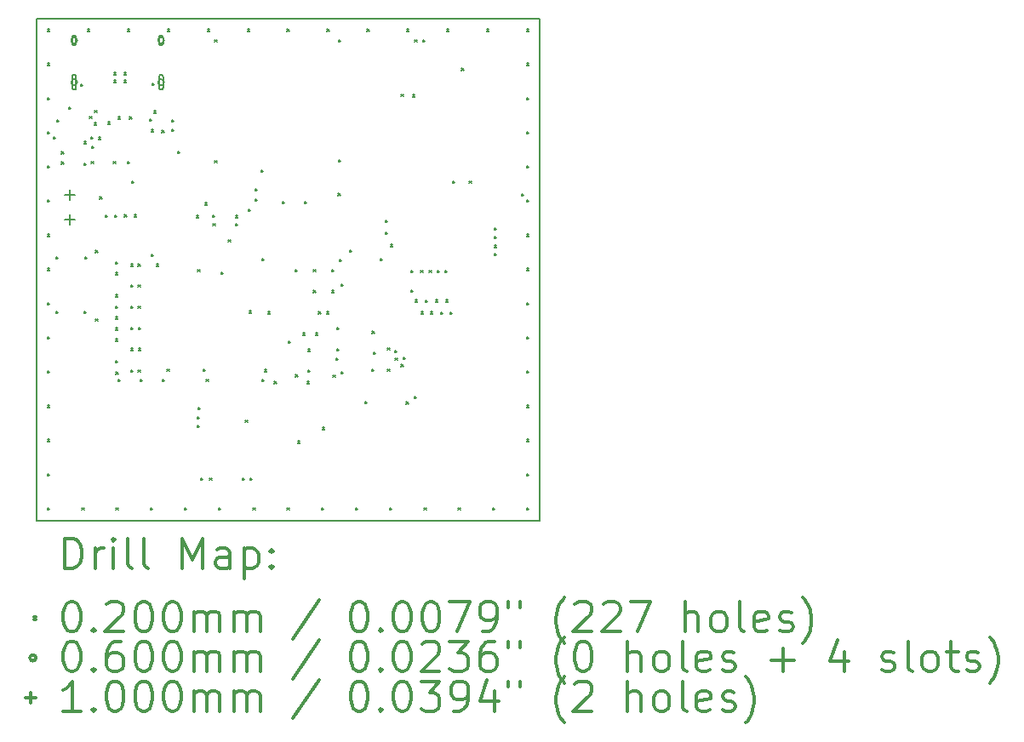
<source format=gbr>
%FSLAX45Y45*%
G04 Gerber Fmt 4.5, Leading zero omitted, Abs format (unit mm)*
G04 Created by KiCad (PCBNEW 5.1.10-88a1d61d58~90~ubuntu20.04.1) date 2021-10-18 20:01:56*
%MOMM*%
%LPD*%
G01*
G04 APERTURE LIST*
%TA.AperFunction,Profile*%
%ADD10C,0.150000*%
%TD*%
%ADD11C,0.200000*%
%ADD12C,0.300000*%
G04 APERTURE END LIST*
D10*
X10000000Y-6000000D02*
X15000000Y-6000000D01*
X15000000Y-6000000D02*
X15000000Y-11000000D01*
X10000000Y-11000000D02*
X15000000Y-11000000D01*
X10000000Y-11000000D02*
X10000000Y-6000000D01*
D11*
X10110000Y-6106500D02*
X10130000Y-6126500D01*
X10130000Y-6106500D02*
X10110000Y-6126500D01*
X10110000Y-6446750D02*
X10130000Y-6466750D01*
X10130000Y-6446750D02*
X10110000Y-6466750D01*
X10110000Y-6787000D02*
X10130000Y-6807000D01*
X10130000Y-6787000D02*
X10110000Y-6807000D01*
X10110000Y-7127250D02*
X10130000Y-7147250D01*
X10130000Y-7127250D02*
X10110000Y-7147250D01*
X10110000Y-7467500D02*
X10130000Y-7487500D01*
X10130000Y-7467500D02*
X10110000Y-7487500D01*
X10110000Y-7807750D02*
X10130000Y-7827750D01*
X10130000Y-7807750D02*
X10110000Y-7827750D01*
X10110000Y-8148000D02*
X10130000Y-8168000D01*
X10130000Y-8148000D02*
X10110000Y-8168000D01*
X10110000Y-8488250D02*
X10130000Y-8508250D01*
X10130000Y-8488250D02*
X10110000Y-8508250D01*
X10110000Y-8828500D02*
X10130000Y-8848500D01*
X10130000Y-8828500D02*
X10110000Y-8848500D01*
X10110000Y-9168750D02*
X10130000Y-9188750D01*
X10130000Y-9168750D02*
X10110000Y-9188750D01*
X10110000Y-9509000D02*
X10130000Y-9529000D01*
X10130000Y-9509000D02*
X10110000Y-9529000D01*
X10110000Y-9849250D02*
X10130000Y-9869250D01*
X10130000Y-9849250D02*
X10110000Y-9869250D01*
X10110000Y-10189500D02*
X10130000Y-10209500D01*
X10130000Y-10189500D02*
X10110000Y-10209500D01*
X10110000Y-10529750D02*
X10130000Y-10549750D01*
X10130000Y-10529750D02*
X10110000Y-10549750D01*
X10110000Y-10870000D02*
X10130000Y-10890000D01*
X10130000Y-10870000D02*
X10110000Y-10890000D01*
X10168000Y-7178500D02*
X10188000Y-7198500D01*
X10188000Y-7178500D02*
X10168000Y-7198500D01*
X10192000Y-8371500D02*
X10212000Y-8391500D01*
X10212000Y-8371500D02*
X10192000Y-8391500D01*
X10194000Y-8914500D02*
X10214000Y-8934500D01*
X10214000Y-8914500D02*
X10194000Y-8934500D01*
X10200000Y-7007500D02*
X10220000Y-7027500D01*
X10220000Y-7007500D02*
X10200000Y-7027500D01*
X10247500Y-7427500D02*
X10267500Y-7447500D01*
X10267500Y-7427500D02*
X10247500Y-7447500D01*
X10248500Y-7327500D02*
X10268500Y-7347500D01*
X10268500Y-7327500D02*
X10248500Y-7347500D01*
X10320000Y-6882500D02*
X10340000Y-6902500D01*
X10340000Y-6882500D02*
X10320000Y-6902500D01*
X10440000Y-6651500D02*
X10460000Y-6671500D01*
X10460000Y-6651500D02*
X10440000Y-6671500D01*
X10450250Y-10870000D02*
X10470250Y-10890000D01*
X10470250Y-10870000D02*
X10450250Y-10890000D01*
X10471000Y-7226500D02*
X10491000Y-7246500D01*
X10491000Y-7226500D02*
X10471000Y-7246500D01*
X10471000Y-8914500D02*
X10491000Y-8934500D01*
X10491000Y-8914500D02*
X10471000Y-8934500D01*
X10473000Y-7443500D02*
X10493000Y-7463500D01*
X10493000Y-7443500D02*
X10473000Y-7463500D01*
X10478000Y-8370500D02*
X10498000Y-8390500D01*
X10498000Y-8370500D02*
X10478000Y-8390500D01*
X10506958Y-6106500D02*
X10526958Y-6126500D01*
X10526958Y-6106500D02*
X10506958Y-6126500D01*
X10528000Y-6974500D02*
X10548000Y-6994500D01*
X10548000Y-6974500D02*
X10528000Y-6994500D01*
X10538000Y-7178500D02*
X10558000Y-7198500D01*
X10558000Y-7178500D02*
X10538000Y-7198500D01*
X10543000Y-7424000D02*
X10563000Y-7444000D01*
X10563000Y-7424000D02*
X10543000Y-7444000D01*
X10549000Y-7272000D02*
X10569000Y-7292000D01*
X10569000Y-7272000D02*
X10549000Y-7292000D01*
X10572500Y-7040000D02*
X10592500Y-7060000D01*
X10592500Y-7040000D02*
X10572500Y-7060000D01*
X10576000Y-6918500D02*
X10596000Y-6938500D01*
X10596000Y-6918500D02*
X10576000Y-6938500D01*
X10585000Y-8308500D02*
X10605000Y-8328500D01*
X10605000Y-8308500D02*
X10585000Y-8328500D01*
X10587000Y-8991500D02*
X10607000Y-9011500D01*
X10607000Y-8991500D02*
X10587000Y-9011500D01*
X10617500Y-7182500D02*
X10637500Y-7202500D01*
X10637500Y-7182500D02*
X10617500Y-7202500D01*
X10627000Y-7775500D02*
X10647000Y-7795500D01*
X10647000Y-7775500D02*
X10627000Y-7795500D01*
X10683000Y-7956500D02*
X10703000Y-7976500D01*
X10703000Y-7956500D02*
X10683000Y-7976500D01*
X10708000Y-7031000D02*
X10728000Y-7051000D01*
X10728000Y-7031000D02*
X10708000Y-7051000D01*
X10762500Y-7422500D02*
X10782500Y-7442500D01*
X10782500Y-7422500D02*
X10762500Y-7442500D01*
X10769000Y-6540500D02*
X10789000Y-6560500D01*
X10789000Y-6540500D02*
X10769000Y-6560500D01*
X10770000Y-6617500D02*
X10790000Y-6637500D01*
X10790000Y-6617500D02*
X10770000Y-6637500D01*
X10774000Y-7955500D02*
X10794000Y-7975500D01*
X10794000Y-7955500D02*
X10774000Y-7975500D01*
X10785000Y-8421500D02*
X10805000Y-8441500D01*
X10805000Y-8421500D02*
X10785000Y-8441500D01*
X10785000Y-8529500D02*
X10805000Y-8549500D01*
X10805000Y-8529500D02*
X10785000Y-8549500D01*
X10785000Y-8748500D02*
X10805000Y-8768500D01*
X10805000Y-8748500D02*
X10785000Y-8768500D01*
X10786000Y-8862500D02*
X10806000Y-8882500D01*
X10806000Y-8862500D02*
X10786000Y-8882500D01*
X10786000Y-8969500D02*
X10806000Y-8989500D01*
X10806000Y-8969500D02*
X10786000Y-8989500D01*
X10787000Y-9080500D02*
X10807000Y-9100500D01*
X10807000Y-9080500D02*
X10787000Y-9100500D01*
X10787000Y-9189500D02*
X10807000Y-9209500D01*
X10807000Y-9189500D02*
X10787000Y-9209500D01*
X10787000Y-9406500D02*
X10807000Y-9426500D01*
X10807000Y-9406500D02*
X10787000Y-9426500D01*
X10788000Y-9521500D02*
X10808000Y-9541500D01*
X10808000Y-9521500D02*
X10788000Y-9541500D01*
X10790500Y-10870000D02*
X10810500Y-10890000D01*
X10810500Y-10870000D02*
X10790500Y-10890000D01*
X10808000Y-9590500D02*
X10828000Y-9610500D01*
X10828000Y-9590500D02*
X10808000Y-9610500D01*
X10810000Y-6980000D02*
X10830000Y-7000000D01*
X10830000Y-6980000D02*
X10810000Y-7000000D01*
X10870000Y-6617500D02*
X10890000Y-6637500D01*
X10890000Y-6617500D02*
X10870000Y-6637500D01*
X10871000Y-6540500D02*
X10891000Y-6560500D01*
X10891000Y-6540500D02*
X10871000Y-6560500D01*
X10873000Y-7953500D02*
X10893000Y-7973500D01*
X10893000Y-7953500D02*
X10873000Y-7973500D01*
X10903900Y-7422000D02*
X10923900Y-7442000D01*
X10923900Y-7422000D02*
X10903900Y-7442000D01*
X10903917Y-6106500D02*
X10923917Y-6126500D01*
X10923917Y-6106500D02*
X10903917Y-6126500D01*
X10923000Y-6980000D02*
X10943000Y-7000000D01*
X10943000Y-6980000D02*
X10923000Y-7000000D01*
X10936000Y-9075500D02*
X10956000Y-9095500D01*
X10956000Y-9075500D02*
X10936000Y-9095500D01*
X10936000Y-9284500D02*
X10956000Y-9304500D01*
X10956000Y-9284500D02*
X10936000Y-9304500D01*
X10937000Y-8654500D02*
X10957000Y-8674500D01*
X10957000Y-8654500D02*
X10937000Y-8674500D01*
X10937000Y-8864500D02*
X10957000Y-8884500D01*
X10957000Y-8864500D02*
X10937000Y-8884500D01*
X10938000Y-8444500D02*
X10958000Y-8464500D01*
X10958000Y-8444500D02*
X10938000Y-8464500D01*
X10938000Y-9497500D02*
X10958000Y-9517500D01*
X10958000Y-9497500D02*
X10938000Y-9517500D01*
X10947500Y-7620000D02*
X10967500Y-7640000D01*
X10967500Y-7620000D02*
X10947500Y-7640000D01*
X10971000Y-7953500D02*
X10991000Y-7973500D01*
X10991000Y-7953500D02*
X10971000Y-7973500D01*
X11008000Y-8443500D02*
X11028000Y-8463500D01*
X11028000Y-8443500D02*
X11008000Y-8463500D01*
X11008000Y-9496500D02*
X11028000Y-9516500D01*
X11028000Y-9496500D02*
X11008000Y-9516500D01*
X11010000Y-8654500D02*
X11030000Y-8674500D01*
X11030000Y-8654500D02*
X11010000Y-8674500D01*
X11010000Y-8864500D02*
X11030000Y-8884500D01*
X11030000Y-8864500D02*
X11010000Y-8884500D01*
X11011000Y-9075500D02*
X11031000Y-9095500D01*
X11031000Y-9075500D02*
X11011000Y-9095500D01*
X11012000Y-9284500D02*
X11032000Y-9304500D01*
X11032000Y-9284500D02*
X11012000Y-9304500D01*
X11028000Y-9590500D02*
X11048000Y-9610500D01*
X11048000Y-9590500D02*
X11028000Y-9610500D01*
X11124000Y-7003500D02*
X11144000Y-7023500D01*
X11144000Y-7003500D02*
X11124000Y-7023500D01*
X11130750Y-10870000D02*
X11150750Y-10890000D01*
X11150750Y-10870000D02*
X11130750Y-10890000D01*
X11138000Y-8348500D02*
X11158000Y-8368500D01*
X11158000Y-8348500D02*
X11138000Y-8368500D01*
X11142000Y-7108500D02*
X11162000Y-7128500D01*
X11162000Y-7108500D02*
X11142000Y-7128500D01*
X11148000Y-6646500D02*
X11168000Y-6666500D01*
X11168000Y-6646500D02*
X11148000Y-6666500D01*
X11167000Y-6921000D02*
X11187000Y-6941000D01*
X11187000Y-6921000D02*
X11167000Y-6941000D01*
X11189000Y-8444500D02*
X11209000Y-8464500D01*
X11209000Y-8444500D02*
X11189000Y-8464500D01*
X11245000Y-7115000D02*
X11265000Y-7135000D01*
X11265000Y-7115000D02*
X11245000Y-7135000D01*
X11248000Y-9590500D02*
X11268000Y-9610500D01*
X11268000Y-9590500D02*
X11248000Y-9610500D01*
X11297000Y-9492500D02*
X11317000Y-9512500D01*
X11317000Y-9492500D02*
X11297000Y-9512500D01*
X11300875Y-6106500D02*
X11320875Y-6126500D01*
X11320875Y-6106500D02*
X11300875Y-6126500D01*
X11344000Y-7011500D02*
X11364000Y-7031500D01*
X11364000Y-7011500D02*
X11344000Y-7031500D01*
X11344000Y-7101000D02*
X11364000Y-7121000D01*
X11364000Y-7101000D02*
X11344000Y-7121000D01*
X11405000Y-7321500D02*
X11425000Y-7341500D01*
X11425000Y-7321500D02*
X11405000Y-7341500D01*
X11471000Y-10870000D02*
X11491000Y-10890000D01*
X11491000Y-10870000D02*
X11471000Y-10890000D01*
X11588000Y-7963500D02*
X11608000Y-7983500D01*
X11608000Y-7963500D02*
X11588000Y-7983500D01*
X11597800Y-9965000D02*
X11617800Y-9985000D01*
X11617800Y-9965000D02*
X11597800Y-9985000D01*
X11600000Y-10048000D02*
X11620000Y-10068000D01*
X11620000Y-10048000D02*
X11600000Y-10068000D01*
X11603000Y-8499500D02*
X11623000Y-8519500D01*
X11623000Y-8499500D02*
X11603000Y-8519500D01*
X11605000Y-9870000D02*
X11625000Y-9890000D01*
X11625000Y-9870000D02*
X11605000Y-9890000D01*
X11634000Y-10574000D02*
X11654000Y-10594000D01*
X11654000Y-10574000D02*
X11634000Y-10594000D01*
X11658000Y-9492500D02*
X11678000Y-9512500D01*
X11678000Y-9492500D02*
X11658000Y-9512500D01*
X11673500Y-7834500D02*
X11693500Y-7854500D01*
X11693500Y-7834500D02*
X11673500Y-7854500D01*
X11688000Y-9590500D02*
X11708000Y-9610500D01*
X11708000Y-9590500D02*
X11688000Y-9610500D01*
X11697833Y-6106500D02*
X11717833Y-6126500D01*
X11717833Y-6106500D02*
X11697833Y-6126500D01*
X11719000Y-10573000D02*
X11739000Y-10593000D01*
X11739000Y-10573000D02*
X11719000Y-10593000D01*
X11752000Y-7960500D02*
X11772000Y-7980500D01*
X11772000Y-7960500D02*
X11752000Y-7980500D01*
X11754000Y-8041500D02*
X11774000Y-8061500D01*
X11774000Y-8041500D02*
X11754000Y-8061500D01*
X11770000Y-6215500D02*
X11790000Y-6235500D01*
X11790000Y-6215500D02*
X11770000Y-6235500D01*
X11771000Y-7415500D02*
X11791000Y-7435500D01*
X11791000Y-7415500D02*
X11771000Y-7435500D01*
X11811250Y-10870000D02*
X11831250Y-10890000D01*
X11831250Y-10870000D02*
X11811250Y-10890000D01*
X11832000Y-8527500D02*
X11852000Y-8547500D01*
X11852000Y-8527500D02*
X11832000Y-8547500D01*
X11907000Y-8201500D02*
X11927000Y-8221500D01*
X11927000Y-8201500D02*
X11907000Y-8221500D01*
X11980000Y-7961500D02*
X12000000Y-7981500D01*
X12000000Y-7961500D02*
X11980000Y-7981500D01*
X11981000Y-8042500D02*
X12001000Y-8062500D01*
X12001000Y-8042500D02*
X11981000Y-8062500D01*
X12046000Y-10574000D02*
X12066000Y-10594000D01*
X12066000Y-10574000D02*
X12046000Y-10594000D01*
X12076000Y-9999500D02*
X12096000Y-10019500D01*
X12096000Y-9999500D02*
X12076000Y-10019500D01*
X12094791Y-6106500D02*
X12114791Y-6126500D01*
X12114791Y-6106500D02*
X12094791Y-6126500D01*
X12107000Y-7899500D02*
X12127000Y-7919500D01*
X12127000Y-7899500D02*
X12107000Y-7919500D01*
X12114000Y-8911500D02*
X12134000Y-8931500D01*
X12134000Y-8911500D02*
X12114000Y-8931500D01*
X12125000Y-10575000D02*
X12145000Y-10595000D01*
X12145000Y-10575000D02*
X12125000Y-10595000D01*
X12151500Y-10870000D02*
X12171500Y-10890000D01*
X12171500Y-10870000D02*
X12151500Y-10890000D01*
X12174000Y-7696500D02*
X12194000Y-7716500D01*
X12194000Y-7696500D02*
X12174000Y-7716500D01*
X12176000Y-7794500D02*
X12196000Y-7814500D01*
X12196000Y-7794500D02*
X12176000Y-7814500D01*
X12232000Y-7507500D02*
X12252000Y-7527500D01*
X12252000Y-7507500D02*
X12232000Y-7527500D01*
X12240000Y-8390500D02*
X12260000Y-8410500D01*
X12260000Y-8390500D02*
X12240000Y-8410500D01*
X12240000Y-9591500D02*
X12260000Y-9611500D01*
X12260000Y-9591500D02*
X12240000Y-9611500D01*
X12267000Y-9494500D02*
X12287000Y-9514500D01*
X12287000Y-9494500D02*
X12267000Y-9514500D01*
X12300000Y-8917500D02*
X12320000Y-8937500D01*
X12320000Y-8917500D02*
X12300000Y-8937500D01*
X12364000Y-9612000D02*
X12384000Y-9632000D01*
X12384000Y-9612000D02*
X12364000Y-9632000D01*
X12445000Y-7823500D02*
X12465000Y-7843500D01*
X12465000Y-7823500D02*
X12445000Y-7843500D01*
X12491750Y-6106500D02*
X12511750Y-6126500D01*
X12511750Y-6106500D02*
X12491750Y-6126500D01*
X12491750Y-10870000D02*
X12511750Y-10890000D01*
X12511750Y-10870000D02*
X12491750Y-10890000D01*
X12502000Y-9213500D02*
X12522000Y-9233500D01*
X12522000Y-9213500D02*
X12502000Y-9233500D01*
X12573000Y-8498500D02*
X12593000Y-8518500D01*
X12593000Y-8498500D02*
X12573000Y-8518500D01*
X12576000Y-9544500D02*
X12596000Y-9564500D01*
X12596000Y-9544500D02*
X12576000Y-9564500D01*
X12596000Y-10205500D02*
X12616000Y-10225500D01*
X12616000Y-10205500D02*
X12596000Y-10225500D01*
X12648000Y-9131500D02*
X12668000Y-9151500D01*
X12668000Y-9131500D02*
X12648000Y-9151500D01*
X12663000Y-7822500D02*
X12683000Y-7842500D01*
X12683000Y-7822500D02*
X12663000Y-7842500D01*
X12692000Y-9613000D02*
X12712000Y-9633000D01*
X12712000Y-9613000D02*
X12692000Y-9633000D01*
X12698000Y-9496500D02*
X12718000Y-9516500D01*
X12718000Y-9496500D02*
X12698000Y-9516500D01*
X12700000Y-9291500D02*
X12720000Y-9311500D01*
X12720000Y-9291500D02*
X12700000Y-9311500D01*
X12752000Y-8706500D02*
X12772000Y-8726500D01*
X12772000Y-8706500D02*
X12752000Y-8726500D01*
X12753000Y-8497500D02*
X12773000Y-8517500D01*
X12773000Y-8497500D02*
X12753000Y-8517500D01*
X12772000Y-9129500D02*
X12792000Y-9149500D01*
X12792000Y-9129500D02*
X12772000Y-9149500D01*
X12805000Y-8918500D02*
X12825000Y-8938500D01*
X12825000Y-8918500D02*
X12805000Y-8938500D01*
X12832000Y-10870000D02*
X12852000Y-10890000D01*
X12852000Y-10870000D02*
X12832000Y-10890000D01*
X12842000Y-10069500D02*
X12862000Y-10089500D01*
X12862000Y-10069500D02*
X12842000Y-10089500D01*
X12882000Y-8917500D02*
X12902000Y-8937500D01*
X12902000Y-8917500D02*
X12882000Y-8937500D01*
X12888708Y-6106500D02*
X12908708Y-6126500D01*
X12908708Y-6106500D02*
X12888708Y-6126500D01*
X12933000Y-8499500D02*
X12953000Y-8519500D01*
X12953000Y-8499500D02*
X12933000Y-8519500D01*
X12935000Y-8707500D02*
X12955000Y-8727500D01*
X12955000Y-8707500D02*
X12935000Y-8727500D01*
X12949000Y-9549500D02*
X12969000Y-9569500D01*
X12969000Y-9549500D02*
X12949000Y-9569500D01*
X12980000Y-9382500D02*
X13000000Y-9402500D01*
X13000000Y-9382500D02*
X12980000Y-9402500D01*
X12985000Y-9289500D02*
X13005000Y-9309500D01*
X13005000Y-9289500D02*
X12985000Y-9309500D01*
X12986000Y-9075500D02*
X13006000Y-9095500D01*
X13006000Y-9075500D02*
X12986000Y-9095500D01*
X12998000Y-7742500D02*
X13018000Y-7762500D01*
X13018000Y-7742500D02*
X12998000Y-7762500D01*
X13003000Y-6215500D02*
X13023000Y-6235500D01*
X13023000Y-6215500D02*
X13003000Y-6235500D01*
X13004000Y-7406500D02*
X13024000Y-7426500D01*
X13024000Y-7406500D02*
X13004000Y-7426500D01*
X13014000Y-8398500D02*
X13034000Y-8418500D01*
X13034000Y-8398500D02*
X13014000Y-8418500D01*
X13029000Y-8644500D02*
X13049000Y-8664500D01*
X13049000Y-8644500D02*
X13029000Y-8664500D01*
X13029000Y-9515500D02*
X13049000Y-9535500D01*
X13049000Y-9515500D02*
X13029000Y-9535500D01*
X13114000Y-8304000D02*
X13134000Y-8324000D01*
X13134000Y-8304000D02*
X13114000Y-8324000D01*
X13172250Y-10870000D02*
X13192250Y-10890000D01*
X13192250Y-10870000D02*
X13172250Y-10890000D01*
X13267000Y-9814500D02*
X13287000Y-9834500D01*
X13287000Y-9814500D02*
X13267000Y-9834500D01*
X13285666Y-6106500D02*
X13305666Y-6126500D01*
X13305666Y-6106500D02*
X13285666Y-6126500D01*
X13333000Y-9489500D02*
X13353000Y-9509500D01*
X13353000Y-9489500D02*
X13333000Y-9509500D01*
X13339000Y-9112500D02*
X13359000Y-9132500D01*
X13359000Y-9112500D02*
X13339000Y-9132500D01*
X13352500Y-9320000D02*
X13372500Y-9340000D01*
X13372500Y-9320000D02*
X13352500Y-9340000D01*
X13417000Y-8387500D02*
X13437000Y-8407500D01*
X13437000Y-8387500D02*
X13417000Y-8407500D01*
X13468000Y-8127000D02*
X13488000Y-8147000D01*
X13488000Y-8127000D02*
X13468000Y-8147000D01*
X13469000Y-8010000D02*
X13489000Y-8030000D01*
X13489000Y-8010000D02*
X13469000Y-8030000D01*
X13489000Y-9276500D02*
X13509000Y-9296500D01*
X13509000Y-9276500D02*
X13489000Y-9296500D01*
X13491000Y-9489500D02*
X13511000Y-9509500D01*
X13511000Y-9489500D02*
X13491000Y-9509500D01*
X13512500Y-10870000D02*
X13532500Y-10890000D01*
X13532500Y-10870000D02*
X13512500Y-10890000D01*
X13518000Y-8249500D02*
X13538000Y-8269500D01*
X13538000Y-8249500D02*
X13518000Y-8269500D01*
X13563000Y-9304500D02*
X13583000Y-9324500D01*
X13583000Y-9304500D02*
X13563000Y-9324500D01*
X13567000Y-9382500D02*
X13587000Y-9402500D01*
X13587000Y-9382500D02*
X13567000Y-9402500D01*
X13625000Y-9442500D02*
X13645000Y-9462500D01*
X13645000Y-9442500D02*
X13625000Y-9462500D01*
X13626000Y-6757500D02*
X13646000Y-6777500D01*
X13646000Y-6757500D02*
X13626000Y-6777500D01*
X13648000Y-9370500D02*
X13668000Y-9390500D01*
X13668000Y-9370500D02*
X13648000Y-9390500D01*
X13677000Y-9817500D02*
X13697000Y-9837500D01*
X13697000Y-9817500D02*
X13677000Y-9837500D01*
X13682625Y-6106500D02*
X13702625Y-6126500D01*
X13702625Y-6106500D02*
X13682625Y-6126500D01*
X13723000Y-8701000D02*
X13743000Y-8721000D01*
X13743000Y-8701000D02*
X13723000Y-8721000D01*
X13725000Y-8508500D02*
X13745000Y-8528500D01*
X13745000Y-8508500D02*
X13725000Y-8528500D01*
X13739000Y-6758500D02*
X13759000Y-6778500D01*
X13759000Y-6758500D02*
X13739000Y-6778500D01*
X13755000Y-9760000D02*
X13775000Y-9780000D01*
X13775000Y-9760000D02*
X13755000Y-9780000D01*
X13760000Y-6215500D02*
X13780000Y-6235500D01*
X13780000Y-6215500D02*
X13760000Y-6235500D01*
X13766000Y-8800500D02*
X13786000Y-8820500D01*
X13786000Y-8800500D02*
X13766000Y-8820500D01*
X13821000Y-8507500D02*
X13841000Y-8527500D01*
X13841000Y-8507500D02*
X13821000Y-8527500D01*
X13825000Y-8918500D02*
X13845000Y-8938500D01*
X13845000Y-8918500D02*
X13825000Y-8938500D01*
X13840000Y-6216000D02*
X13860000Y-6236000D01*
X13860000Y-6216000D02*
X13840000Y-6236000D01*
X13852750Y-10870000D02*
X13872750Y-10890000D01*
X13872750Y-10870000D02*
X13852750Y-10890000D01*
X13868000Y-8802000D02*
X13888000Y-8822000D01*
X13888000Y-8802000D02*
X13868000Y-8822000D01*
X13904000Y-8507500D02*
X13924000Y-8527500D01*
X13924000Y-8507500D02*
X13904000Y-8527500D01*
X13919000Y-8918500D02*
X13939000Y-8938500D01*
X13939000Y-8918500D02*
X13919000Y-8938500D01*
X13969000Y-8801250D02*
X13989000Y-8821250D01*
X13989000Y-8801250D02*
X13969000Y-8821250D01*
X13983000Y-8509500D02*
X14003000Y-8529500D01*
X14003000Y-8509500D02*
X13983000Y-8529500D01*
X14019000Y-8920500D02*
X14039000Y-8940500D01*
X14039000Y-8920500D02*
X14019000Y-8940500D01*
X14061000Y-8509500D02*
X14081000Y-8529500D01*
X14081000Y-8509500D02*
X14061000Y-8529500D01*
X14071000Y-8800000D02*
X14091000Y-8820000D01*
X14091000Y-8800000D02*
X14071000Y-8820000D01*
X14079583Y-6106500D02*
X14099583Y-6126500D01*
X14099583Y-6106500D02*
X14079583Y-6126500D01*
X14113000Y-8920500D02*
X14133000Y-8940500D01*
X14133000Y-8920500D02*
X14113000Y-8940500D01*
X14136000Y-7619500D02*
X14156000Y-7639500D01*
X14156000Y-7619500D02*
X14136000Y-7639500D01*
X14193000Y-10870000D02*
X14213000Y-10890000D01*
X14213000Y-10870000D02*
X14193000Y-10890000D01*
X14225000Y-6496500D02*
X14245000Y-6516500D01*
X14245000Y-6496500D02*
X14225000Y-6516500D01*
X14303000Y-7619000D02*
X14323000Y-7639000D01*
X14323000Y-7619000D02*
X14303000Y-7639000D01*
X14476541Y-6106500D02*
X14496541Y-6126500D01*
X14496541Y-6106500D02*
X14476541Y-6126500D01*
X14533250Y-10870000D02*
X14553250Y-10890000D01*
X14553250Y-10870000D02*
X14533250Y-10890000D01*
X14552500Y-8340000D02*
X14572500Y-8360000D01*
X14572500Y-8340000D02*
X14552500Y-8360000D01*
X14553000Y-8260000D02*
X14573000Y-8280000D01*
X14573000Y-8260000D02*
X14553000Y-8280000D01*
X14554000Y-8087000D02*
X14574000Y-8107000D01*
X14574000Y-8087000D02*
X14554000Y-8107000D01*
X14554000Y-8168000D02*
X14574000Y-8188000D01*
X14574000Y-8168000D02*
X14554000Y-8188000D01*
X14822000Y-7745500D02*
X14842000Y-7765500D01*
X14842000Y-7745500D02*
X14822000Y-7765500D01*
X14873500Y-6106500D02*
X14893500Y-6126500D01*
X14893500Y-6106500D02*
X14873500Y-6126500D01*
X14873500Y-6446750D02*
X14893500Y-6466750D01*
X14893500Y-6446750D02*
X14873500Y-6466750D01*
X14873500Y-6787000D02*
X14893500Y-6807000D01*
X14893500Y-6787000D02*
X14873500Y-6807000D01*
X14873500Y-7127250D02*
X14893500Y-7147250D01*
X14893500Y-7127250D02*
X14873500Y-7147250D01*
X14873500Y-7467500D02*
X14893500Y-7487500D01*
X14893500Y-7467500D02*
X14873500Y-7487500D01*
X14873500Y-7807750D02*
X14893500Y-7827750D01*
X14893500Y-7807750D02*
X14873500Y-7827750D01*
X14873500Y-8148000D02*
X14893500Y-8168000D01*
X14893500Y-8148000D02*
X14873500Y-8168000D01*
X14873500Y-8488250D02*
X14893500Y-8508250D01*
X14893500Y-8488250D02*
X14873500Y-8508250D01*
X14873500Y-8828500D02*
X14893500Y-8848500D01*
X14893500Y-8828500D02*
X14873500Y-8848500D01*
X14873500Y-9168750D02*
X14893500Y-9188750D01*
X14893500Y-9168750D02*
X14873500Y-9188750D01*
X14873500Y-9509000D02*
X14893500Y-9529000D01*
X14893500Y-9509000D02*
X14873500Y-9529000D01*
X14873500Y-9849250D02*
X14893500Y-9869250D01*
X14893500Y-9849250D02*
X14873500Y-9869250D01*
X14873500Y-10189500D02*
X14893500Y-10209500D01*
X14893500Y-10189500D02*
X14873500Y-10209500D01*
X14873500Y-10529750D02*
X14893500Y-10549750D01*
X14893500Y-10529750D02*
X14873500Y-10549750D01*
X14873500Y-10870000D02*
X14893500Y-10890000D01*
X14893500Y-10870000D02*
X14873500Y-10890000D01*
X10402600Y-6218500D02*
G75*
G03*
X10402600Y-6218500I-30000J0D01*
G01*
X10392600Y-6248500D02*
X10392600Y-6188500D01*
X10352600Y-6248500D02*
X10352600Y-6188500D01*
X10392600Y-6188500D02*
G75*
G03*
X10352600Y-6188500I-20000J0D01*
G01*
X10352600Y-6248500D02*
G75*
G03*
X10392600Y-6248500I20000J0D01*
G01*
X10402600Y-6636500D02*
G75*
G03*
X10402600Y-6636500I-30000J0D01*
G01*
X10392600Y-6691500D02*
X10392600Y-6581500D01*
X10352600Y-6691500D02*
X10352600Y-6581500D01*
X10392600Y-6581500D02*
G75*
G03*
X10352600Y-6581500I-20000J0D01*
G01*
X10352600Y-6691500D02*
G75*
G03*
X10392600Y-6691500I20000J0D01*
G01*
X11266600Y-6218500D02*
G75*
G03*
X11266600Y-6218500I-30000J0D01*
G01*
X11256600Y-6248500D02*
X11256600Y-6188500D01*
X11216600Y-6248500D02*
X11216600Y-6188500D01*
X11256600Y-6188500D02*
G75*
G03*
X11216600Y-6188500I-20000J0D01*
G01*
X11216600Y-6248500D02*
G75*
G03*
X11256600Y-6248500I20000J0D01*
G01*
X11266600Y-6636500D02*
G75*
G03*
X11266600Y-6636500I-30000J0D01*
G01*
X11256600Y-6691500D02*
X11256600Y-6581500D01*
X11216600Y-6691500D02*
X11216600Y-6581500D01*
X11256600Y-6581500D02*
G75*
G03*
X11216600Y-6581500I-20000J0D01*
G01*
X11216600Y-6691500D02*
G75*
G03*
X11256600Y-6691500I20000J0D01*
G01*
X10326500Y-7703000D02*
X10326500Y-7803000D01*
X10276500Y-7753000D02*
X10376500Y-7753000D01*
X10326500Y-7953000D02*
X10326500Y-8053000D01*
X10276500Y-8003000D02*
X10376500Y-8003000D01*
D12*
X10278928Y-11473214D02*
X10278928Y-11173214D01*
X10350357Y-11173214D01*
X10393214Y-11187500D01*
X10421786Y-11216071D01*
X10436071Y-11244643D01*
X10450357Y-11301786D01*
X10450357Y-11344643D01*
X10436071Y-11401786D01*
X10421786Y-11430357D01*
X10393214Y-11458929D01*
X10350357Y-11473214D01*
X10278928Y-11473214D01*
X10578928Y-11473214D02*
X10578928Y-11273214D01*
X10578928Y-11330357D02*
X10593214Y-11301786D01*
X10607500Y-11287500D01*
X10636071Y-11273214D01*
X10664643Y-11273214D01*
X10764643Y-11473214D02*
X10764643Y-11273214D01*
X10764643Y-11173214D02*
X10750357Y-11187500D01*
X10764643Y-11201786D01*
X10778928Y-11187500D01*
X10764643Y-11173214D01*
X10764643Y-11201786D01*
X10950357Y-11473214D02*
X10921786Y-11458929D01*
X10907500Y-11430357D01*
X10907500Y-11173214D01*
X11107500Y-11473214D02*
X11078928Y-11458929D01*
X11064643Y-11430357D01*
X11064643Y-11173214D01*
X11450357Y-11473214D02*
X11450357Y-11173214D01*
X11550357Y-11387500D01*
X11650357Y-11173214D01*
X11650357Y-11473214D01*
X11921786Y-11473214D02*
X11921786Y-11316071D01*
X11907500Y-11287500D01*
X11878928Y-11273214D01*
X11821786Y-11273214D01*
X11793214Y-11287500D01*
X11921786Y-11458929D02*
X11893214Y-11473214D01*
X11821786Y-11473214D01*
X11793214Y-11458929D01*
X11778928Y-11430357D01*
X11778928Y-11401786D01*
X11793214Y-11373214D01*
X11821786Y-11358929D01*
X11893214Y-11358929D01*
X11921786Y-11344643D01*
X12064643Y-11273214D02*
X12064643Y-11573214D01*
X12064643Y-11287500D02*
X12093214Y-11273214D01*
X12150357Y-11273214D01*
X12178928Y-11287500D01*
X12193214Y-11301786D01*
X12207500Y-11330357D01*
X12207500Y-11416071D01*
X12193214Y-11444643D01*
X12178928Y-11458929D01*
X12150357Y-11473214D01*
X12093214Y-11473214D01*
X12064643Y-11458929D01*
X12336071Y-11444643D02*
X12350357Y-11458929D01*
X12336071Y-11473214D01*
X12321786Y-11458929D01*
X12336071Y-11444643D01*
X12336071Y-11473214D01*
X12336071Y-11287500D02*
X12350357Y-11301786D01*
X12336071Y-11316071D01*
X12321786Y-11301786D01*
X12336071Y-11287500D01*
X12336071Y-11316071D01*
X9972500Y-11957500D02*
X9992500Y-11977500D01*
X9992500Y-11957500D02*
X9972500Y-11977500D01*
X10336071Y-11803214D02*
X10364643Y-11803214D01*
X10393214Y-11817500D01*
X10407500Y-11831786D01*
X10421786Y-11860357D01*
X10436071Y-11917500D01*
X10436071Y-11988929D01*
X10421786Y-12046071D01*
X10407500Y-12074643D01*
X10393214Y-12088929D01*
X10364643Y-12103214D01*
X10336071Y-12103214D01*
X10307500Y-12088929D01*
X10293214Y-12074643D01*
X10278928Y-12046071D01*
X10264643Y-11988929D01*
X10264643Y-11917500D01*
X10278928Y-11860357D01*
X10293214Y-11831786D01*
X10307500Y-11817500D01*
X10336071Y-11803214D01*
X10564643Y-12074643D02*
X10578928Y-12088929D01*
X10564643Y-12103214D01*
X10550357Y-12088929D01*
X10564643Y-12074643D01*
X10564643Y-12103214D01*
X10693214Y-11831786D02*
X10707500Y-11817500D01*
X10736071Y-11803214D01*
X10807500Y-11803214D01*
X10836071Y-11817500D01*
X10850357Y-11831786D01*
X10864643Y-11860357D01*
X10864643Y-11888929D01*
X10850357Y-11931786D01*
X10678928Y-12103214D01*
X10864643Y-12103214D01*
X11050357Y-11803214D02*
X11078928Y-11803214D01*
X11107500Y-11817500D01*
X11121786Y-11831786D01*
X11136071Y-11860357D01*
X11150357Y-11917500D01*
X11150357Y-11988929D01*
X11136071Y-12046071D01*
X11121786Y-12074643D01*
X11107500Y-12088929D01*
X11078928Y-12103214D01*
X11050357Y-12103214D01*
X11021786Y-12088929D01*
X11007500Y-12074643D01*
X10993214Y-12046071D01*
X10978928Y-11988929D01*
X10978928Y-11917500D01*
X10993214Y-11860357D01*
X11007500Y-11831786D01*
X11021786Y-11817500D01*
X11050357Y-11803214D01*
X11336071Y-11803214D02*
X11364643Y-11803214D01*
X11393214Y-11817500D01*
X11407500Y-11831786D01*
X11421786Y-11860357D01*
X11436071Y-11917500D01*
X11436071Y-11988929D01*
X11421786Y-12046071D01*
X11407500Y-12074643D01*
X11393214Y-12088929D01*
X11364643Y-12103214D01*
X11336071Y-12103214D01*
X11307500Y-12088929D01*
X11293214Y-12074643D01*
X11278928Y-12046071D01*
X11264643Y-11988929D01*
X11264643Y-11917500D01*
X11278928Y-11860357D01*
X11293214Y-11831786D01*
X11307500Y-11817500D01*
X11336071Y-11803214D01*
X11564643Y-12103214D02*
X11564643Y-11903214D01*
X11564643Y-11931786D02*
X11578928Y-11917500D01*
X11607500Y-11903214D01*
X11650357Y-11903214D01*
X11678928Y-11917500D01*
X11693214Y-11946071D01*
X11693214Y-12103214D01*
X11693214Y-11946071D02*
X11707500Y-11917500D01*
X11736071Y-11903214D01*
X11778928Y-11903214D01*
X11807500Y-11917500D01*
X11821786Y-11946071D01*
X11821786Y-12103214D01*
X11964643Y-12103214D02*
X11964643Y-11903214D01*
X11964643Y-11931786D02*
X11978928Y-11917500D01*
X12007500Y-11903214D01*
X12050357Y-11903214D01*
X12078928Y-11917500D01*
X12093214Y-11946071D01*
X12093214Y-12103214D01*
X12093214Y-11946071D02*
X12107500Y-11917500D01*
X12136071Y-11903214D01*
X12178928Y-11903214D01*
X12207500Y-11917500D01*
X12221786Y-11946071D01*
X12221786Y-12103214D01*
X12807500Y-11788929D02*
X12550357Y-12174643D01*
X13193214Y-11803214D02*
X13221786Y-11803214D01*
X13250357Y-11817500D01*
X13264643Y-11831786D01*
X13278928Y-11860357D01*
X13293214Y-11917500D01*
X13293214Y-11988929D01*
X13278928Y-12046071D01*
X13264643Y-12074643D01*
X13250357Y-12088929D01*
X13221786Y-12103214D01*
X13193214Y-12103214D01*
X13164643Y-12088929D01*
X13150357Y-12074643D01*
X13136071Y-12046071D01*
X13121786Y-11988929D01*
X13121786Y-11917500D01*
X13136071Y-11860357D01*
X13150357Y-11831786D01*
X13164643Y-11817500D01*
X13193214Y-11803214D01*
X13421786Y-12074643D02*
X13436071Y-12088929D01*
X13421786Y-12103214D01*
X13407500Y-12088929D01*
X13421786Y-12074643D01*
X13421786Y-12103214D01*
X13621786Y-11803214D02*
X13650357Y-11803214D01*
X13678928Y-11817500D01*
X13693214Y-11831786D01*
X13707500Y-11860357D01*
X13721786Y-11917500D01*
X13721786Y-11988929D01*
X13707500Y-12046071D01*
X13693214Y-12074643D01*
X13678928Y-12088929D01*
X13650357Y-12103214D01*
X13621786Y-12103214D01*
X13593214Y-12088929D01*
X13578928Y-12074643D01*
X13564643Y-12046071D01*
X13550357Y-11988929D01*
X13550357Y-11917500D01*
X13564643Y-11860357D01*
X13578928Y-11831786D01*
X13593214Y-11817500D01*
X13621786Y-11803214D01*
X13907500Y-11803214D02*
X13936071Y-11803214D01*
X13964643Y-11817500D01*
X13978928Y-11831786D01*
X13993214Y-11860357D01*
X14007500Y-11917500D01*
X14007500Y-11988929D01*
X13993214Y-12046071D01*
X13978928Y-12074643D01*
X13964643Y-12088929D01*
X13936071Y-12103214D01*
X13907500Y-12103214D01*
X13878928Y-12088929D01*
X13864643Y-12074643D01*
X13850357Y-12046071D01*
X13836071Y-11988929D01*
X13836071Y-11917500D01*
X13850357Y-11860357D01*
X13864643Y-11831786D01*
X13878928Y-11817500D01*
X13907500Y-11803214D01*
X14107500Y-11803214D02*
X14307500Y-11803214D01*
X14178928Y-12103214D01*
X14436071Y-12103214D02*
X14493214Y-12103214D01*
X14521786Y-12088929D01*
X14536071Y-12074643D01*
X14564643Y-12031786D01*
X14578928Y-11974643D01*
X14578928Y-11860357D01*
X14564643Y-11831786D01*
X14550357Y-11817500D01*
X14521786Y-11803214D01*
X14464643Y-11803214D01*
X14436071Y-11817500D01*
X14421786Y-11831786D01*
X14407500Y-11860357D01*
X14407500Y-11931786D01*
X14421786Y-11960357D01*
X14436071Y-11974643D01*
X14464643Y-11988929D01*
X14521786Y-11988929D01*
X14550357Y-11974643D01*
X14564643Y-11960357D01*
X14578928Y-11931786D01*
X14693214Y-11803214D02*
X14693214Y-11860357D01*
X14807500Y-11803214D02*
X14807500Y-11860357D01*
X15250357Y-12217500D02*
X15236071Y-12203214D01*
X15207500Y-12160357D01*
X15193214Y-12131786D01*
X15178928Y-12088929D01*
X15164643Y-12017500D01*
X15164643Y-11960357D01*
X15178928Y-11888929D01*
X15193214Y-11846071D01*
X15207500Y-11817500D01*
X15236071Y-11774643D01*
X15250357Y-11760357D01*
X15350357Y-11831786D02*
X15364643Y-11817500D01*
X15393214Y-11803214D01*
X15464643Y-11803214D01*
X15493214Y-11817500D01*
X15507500Y-11831786D01*
X15521786Y-11860357D01*
X15521786Y-11888929D01*
X15507500Y-11931786D01*
X15336071Y-12103214D01*
X15521786Y-12103214D01*
X15636071Y-11831786D02*
X15650357Y-11817500D01*
X15678928Y-11803214D01*
X15750357Y-11803214D01*
X15778928Y-11817500D01*
X15793214Y-11831786D01*
X15807500Y-11860357D01*
X15807500Y-11888929D01*
X15793214Y-11931786D01*
X15621786Y-12103214D01*
X15807500Y-12103214D01*
X15907500Y-11803214D02*
X16107500Y-11803214D01*
X15978928Y-12103214D01*
X16450357Y-12103214D02*
X16450357Y-11803214D01*
X16578928Y-12103214D02*
X16578928Y-11946071D01*
X16564643Y-11917500D01*
X16536071Y-11903214D01*
X16493214Y-11903214D01*
X16464643Y-11917500D01*
X16450357Y-11931786D01*
X16764643Y-12103214D02*
X16736071Y-12088929D01*
X16721786Y-12074643D01*
X16707500Y-12046071D01*
X16707500Y-11960357D01*
X16721786Y-11931786D01*
X16736071Y-11917500D01*
X16764643Y-11903214D01*
X16807500Y-11903214D01*
X16836071Y-11917500D01*
X16850357Y-11931786D01*
X16864643Y-11960357D01*
X16864643Y-12046071D01*
X16850357Y-12074643D01*
X16836071Y-12088929D01*
X16807500Y-12103214D01*
X16764643Y-12103214D01*
X17036071Y-12103214D02*
X17007500Y-12088929D01*
X16993214Y-12060357D01*
X16993214Y-11803214D01*
X17264643Y-12088929D02*
X17236071Y-12103214D01*
X17178928Y-12103214D01*
X17150357Y-12088929D01*
X17136071Y-12060357D01*
X17136071Y-11946071D01*
X17150357Y-11917500D01*
X17178928Y-11903214D01*
X17236071Y-11903214D01*
X17264643Y-11917500D01*
X17278928Y-11946071D01*
X17278928Y-11974643D01*
X17136071Y-12003214D01*
X17393214Y-12088929D02*
X17421786Y-12103214D01*
X17478928Y-12103214D01*
X17507500Y-12088929D01*
X17521786Y-12060357D01*
X17521786Y-12046071D01*
X17507500Y-12017500D01*
X17478928Y-12003214D01*
X17436071Y-12003214D01*
X17407500Y-11988929D01*
X17393214Y-11960357D01*
X17393214Y-11946071D01*
X17407500Y-11917500D01*
X17436071Y-11903214D01*
X17478928Y-11903214D01*
X17507500Y-11917500D01*
X17621786Y-12217500D02*
X17636071Y-12203214D01*
X17664643Y-12160357D01*
X17678928Y-12131786D01*
X17693214Y-12088929D01*
X17707500Y-12017500D01*
X17707500Y-11960357D01*
X17693214Y-11888929D01*
X17678928Y-11846071D01*
X17664643Y-11817500D01*
X17636071Y-11774643D01*
X17621786Y-11760357D01*
X9992500Y-12363500D02*
G75*
G03*
X9992500Y-12363500I-30000J0D01*
G01*
X10336071Y-12199214D02*
X10364643Y-12199214D01*
X10393214Y-12213500D01*
X10407500Y-12227786D01*
X10421786Y-12256357D01*
X10436071Y-12313500D01*
X10436071Y-12384929D01*
X10421786Y-12442071D01*
X10407500Y-12470643D01*
X10393214Y-12484929D01*
X10364643Y-12499214D01*
X10336071Y-12499214D01*
X10307500Y-12484929D01*
X10293214Y-12470643D01*
X10278928Y-12442071D01*
X10264643Y-12384929D01*
X10264643Y-12313500D01*
X10278928Y-12256357D01*
X10293214Y-12227786D01*
X10307500Y-12213500D01*
X10336071Y-12199214D01*
X10564643Y-12470643D02*
X10578928Y-12484929D01*
X10564643Y-12499214D01*
X10550357Y-12484929D01*
X10564643Y-12470643D01*
X10564643Y-12499214D01*
X10836071Y-12199214D02*
X10778928Y-12199214D01*
X10750357Y-12213500D01*
X10736071Y-12227786D01*
X10707500Y-12270643D01*
X10693214Y-12327786D01*
X10693214Y-12442071D01*
X10707500Y-12470643D01*
X10721786Y-12484929D01*
X10750357Y-12499214D01*
X10807500Y-12499214D01*
X10836071Y-12484929D01*
X10850357Y-12470643D01*
X10864643Y-12442071D01*
X10864643Y-12370643D01*
X10850357Y-12342071D01*
X10836071Y-12327786D01*
X10807500Y-12313500D01*
X10750357Y-12313500D01*
X10721786Y-12327786D01*
X10707500Y-12342071D01*
X10693214Y-12370643D01*
X11050357Y-12199214D02*
X11078928Y-12199214D01*
X11107500Y-12213500D01*
X11121786Y-12227786D01*
X11136071Y-12256357D01*
X11150357Y-12313500D01*
X11150357Y-12384929D01*
X11136071Y-12442071D01*
X11121786Y-12470643D01*
X11107500Y-12484929D01*
X11078928Y-12499214D01*
X11050357Y-12499214D01*
X11021786Y-12484929D01*
X11007500Y-12470643D01*
X10993214Y-12442071D01*
X10978928Y-12384929D01*
X10978928Y-12313500D01*
X10993214Y-12256357D01*
X11007500Y-12227786D01*
X11021786Y-12213500D01*
X11050357Y-12199214D01*
X11336071Y-12199214D02*
X11364643Y-12199214D01*
X11393214Y-12213500D01*
X11407500Y-12227786D01*
X11421786Y-12256357D01*
X11436071Y-12313500D01*
X11436071Y-12384929D01*
X11421786Y-12442071D01*
X11407500Y-12470643D01*
X11393214Y-12484929D01*
X11364643Y-12499214D01*
X11336071Y-12499214D01*
X11307500Y-12484929D01*
X11293214Y-12470643D01*
X11278928Y-12442071D01*
X11264643Y-12384929D01*
X11264643Y-12313500D01*
X11278928Y-12256357D01*
X11293214Y-12227786D01*
X11307500Y-12213500D01*
X11336071Y-12199214D01*
X11564643Y-12499214D02*
X11564643Y-12299214D01*
X11564643Y-12327786D02*
X11578928Y-12313500D01*
X11607500Y-12299214D01*
X11650357Y-12299214D01*
X11678928Y-12313500D01*
X11693214Y-12342071D01*
X11693214Y-12499214D01*
X11693214Y-12342071D02*
X11707500Y-12313500D01*
X11736071Y-12299214D01*
X11778928Y-12299214D01*
X11807500Y-12313500D01*
X11821786Y-12342071D01*
X11821786Y-12499214D01*
X11964643Y-12499214D02*
X11964643Y-12299214D01*
X11964643Y-12327786D02*
X11978928Y-12313500D01*
X12007500Y-12299214D01*
X12050357Y-12299214D01*
X12078928Y-12313500D01*
X12093214Y-12342071D01*
X12093214Y-12499214D01*
X12093214Y-12342071D02*
X12107500Y-12313500D01*
X12136071Y-12299214D01*
X12178928Y-12299214D01*
X12207500Y-12313500D01*
X12221786Y-12342071D01*
X12221786Y-12499214D01*
X12807500Y-12184929D02*
X12550357Y-12570643D01*
X13193214Y-12199214D02*
X13221786Y-12199214D01*
X13250357Y-12213500D01*
X13264643Y-12227786D01*
X13278928Y-12256357D01*
X13293214Y-12313500D01*
X13293214Y-12384929D01*
X13278928Y-12442071D01*
X13264643Y-12470643D01*
X13250357Y-12484929D01*
X13221786Y-12499214D01*
X13193214Y-12499214D01*
X13164643Y-12484929D01*
X13150357Y-12470643D01*
X13136071Y-12442071D01*
X13121786Y-12384929D01*
X13121786Y-12313500D01*
X13136071Y-12256357D01*
X13150357Y-12227786D01*
X13164643Y-12213500D01*
X13193214Y-12199214D01*
X13421786Y-12470643D02*
X13436071Y-12484929D01*
X13421786Y-12499214D01*
X13407500Y-12484929D01*
X13421786Y-12470643D01*
X13421786Y-12499214D01*
X13621786Y-12199214D02*
X13650357Y-12199214D01*
X13678928Y-12213500D01*
X13693214Y-12227786D01*
X13707500Y-12256357D01*
X13721786Y-12313500D01*
X13721786Y-12384929D01*
X13707500Y-12442071D01*
X13693214Y-12470643D01*
X13678928Y-12484929D01*
X13650357Y-12499214D01*
X13621786Y-12499214D01*
X13593214Y-12484929D01*
X13578928Y-12470643D01*
X13564643Y-12442071D01*
X13550357Y-12384929D01*
X13550357Y-12313500D01*
X13564643Y-12256357D01*
X13578928Y-12227786D01*
X13593214Y-12213500D01*
X13621786Y-12199214D01*
X13836071Y-12227786D02*
X13850357Y-12213500D01*
X13878928Y-12199214D01*
X13950357Y-12199214D01*
X13978928Y-12213500D01*
X13993214Y-12227786D01*
X14007500Y-12256357D01*
X14007500Y-12284929D01*
X13993214Y-12327786D01*
X13821786Y-12499214D01*
X14007500Y-12499214D01*
X14107500Y-12199214D02*
X14293214Y-12199214D01*
X14193214Y-12313500D01*
X14236071Y-12313500D01*
X14264643Y-12327786D01*
X14278928Y-12342071D01*
X14293214Y-12370643D01*
X14293214Y-12442071D01*
X14278928Y-12470643D01*
X14264643Y-12484929D01*
X14236071Y-12499214D01*
X14150357Y-12499214D01*
X14121786Y-12484929D01*
X14107500Y-12470643D01*
X14550357Y-12199214D02*
X14493214Y-12199214D01*
X14464643Y-12213500D01*
X14450357Y-12227786D01*
X14421786Y-12270643D01*
X14407500Y-12327786D01*
X14407500Y-12442071D01*
X14421786Y-12470643D01*
X14436071Y-12484929D01*
X14464643Y-12499214D01*
X14521786Y-12499214D01*
X14550357Y-12484929D01*
X14564643Y-12470643D01*
X14578928Y-12442071D01*
X14578928Y-12370643D01*
X14564643Y-12342071D01*
X14550357Y-12327786D01*
X14521786Y-12313500D01*
X14464643Y-12313500D01*
X14436071Y-12327786D01*
X14421786Y-12342071D01*
X14407500Y-12370643D01*
X14693214Y-12199214D02*
X14693214Y-12256357D01*
X14807500Y-12199214D02*
X14807500Y-12256357D01*
X15250357Y-12613500D02*
X15236071Y-12599214D01*
X15207500Y-12556357D01*
X15193214Y-12527786D01*
X15178928Y-12484929D01*
X15164643Y-12413500D01*
X15164643Y-12356357D01*
X15178928Y-12284929D01*
X15193214Y-12242071D01*
X15207500Y-12213500D01*
X15236071Y-12170643D01*
X15250357Y-12156357D01*
X15421786Y-12199214D02*
X15450357Y-12199214D01*
X15478928Y-12213500D01*
X15493214Y-12227786D01*
X15507500Y-12256357D01*
X15521786Y-12313500D01*
X15521786Y-12384929D01*
X15507500Y-12442071D01*
X15493214Y-12470643D01*
X15478928Y-12484929D01*
X15450357Y-12499214D01*
X15421786Y-12499214D01*
X15393214Y-12484929D01*
X15378928Y-12470643D01*
X15364643Y-12442071D01*
X15350357Y-12384929D01*
X15350357Y-12313500D01*
X15364643Y-12256357D01*
X15378928Y-12227786D01*
X15393214Y-12213500D01*
X15421786Y-12199214D01*
X15878928Y-12499214D02*
X15878928Y-12199214D01*
X16007500Y-12499214D02*
X16007500Y-12342071D01*
X15993214Y-12313500D01*
X15964643Y-12299214D01*
X15921786Y-12299214D01*
X15893214Y-12313500D01*
X15878928Y-12327786D01*
X16193214Y-12499214D02*
X16164643Y-12484929D01*
X16150357Y-12470643D01*
X16136071Y-12442071D01*
X16136071Y-12356357D01*
X16150357Y-12327786D01*
X16164643Y-12313500D01*
X16193214Y-12299214D01*
X16236071Y-12299214D01*
X16264643Y-12313500D01*
X16278928Y-12327786D01*
X16293214Y-12356357D01*
X16293214Y-12442071D01*
X16278928Y-12470643D01*
X16264643Y-12484929D01*
X16236071Y-12499214D01*
X16193214Y-12499214D01*
X16464643Y-12499214D02*
X16436071Y-12484929D01*
X16421786Y-12456357D01*
X16421786Y-12199214D01*
X16693214Y-12484929D02*
X16664643Y-12499214D01*
X16607500Y-12499214D01*
X16578928Y-12484929D01*
X16564643Y-12456357D01*
X16564643Y-12342071D01*
X16578928Y-12313500D01*
X16607500Y-12299214D01*
X16664643Y-12299214D01*
X16693214Y-12313500D01*
X16707500Y-12342071D01*
X16707500Y-12370643D01*
X16564643Y-12399214D01*
X16821786Y-12484929D02*
X16850357Y-12499214D01*
X16907500Y-12499214D01*
X16936071Y-12484929D01*
X16950357Y-12456357D01*
X16950357Y-12442071D01*
X16936071Y-12413500D01*
X16907500Y-12399214D01*
X16864643Y-12399214D01*
X16836071Y-12384929D01*
X16821786Y-12356357D01*
X16821786Y-12342071D01*
X16836071Y-12313500D01*
X16864643Y-12299214D01*
X16907500Y-12299214D01*
X16936071Y-12313500D01*
X17307500Y-12384929D02*
X17536071Y-12384929D01*
X17421786Y-12499214D02*
X17421786Y-12270643D01*
X18036071Y-12299214D02*
X18036071Y-12499214D01*
X17964643Y-12184929D02*
X17893214Y-12399214D01*
X18078928Y-12399214D01*
X18407500Y-12484929D02*
X18436071Y-12499214D01*
X18493214Y-12499214D01*
X18521786Y-12484929D01*
X18536071Y-12456357D01*
X18536071Y-12442071D01*
X18521786Y-12413500D01*
X18493214Y-12399214D01*
X18450357Y-12399214D01*
X18421786Y-12384929D01*
X18407500Y-12356357D01*
X18407500Y-12342071D01*
X18421786Y-12313500D01*
X18450357Y-12299214D01*
X18493214Y-12299214D01*
X18521786Y-12313500D01*
X18707500Y-12499214D02*
X18678928Y-12484929D01*
X18664643Y-12456357D01*
X18664643Y-12199214D01*
X18864643Y-12499214D02*
X18836071Y-12484929D01*
X18821786Y-12470643D01*
X18807500Y-12442071D01*
X18807500Y-12356357D01*
X18821786Y-12327786D01*
X18836071Y-12313500D01*
X18864643Y-12299214D01*
X18907500Y-12299214D01*
X18936071Y-12313500D01*
X18950357Y-12327786D01*
X18964643Y-12356357D01*
X18964643Y-12442071D01*
X18950357Y-12470643D01*
X18936071Y-12484929D01*
X18907500Y-12499214D01*
X18864643Y-12499214D01*
X19050357Y-12299214D02*
X19164643Y-12299214D01*
X19093214Y-12199214D02*
X19093214Y-12456357D01*
X19107500Y-12484929D01*
X19136071Y-12499214D01*
X19164643Y-12499214D01*
X19250357Y-12484929D02*
X19278928Y-12499214D01*
X19336071Y-12499214D01*
X19364643Y-12484929D01*
X19378928Y-12456357D01*
X19378928Y-12442071D01*
X19364643Y-12413500D01*
X19336071Y-12399214D01*
X19293214Y-12399214D01*
X19264643Y-12384929D01*
X19250357Y-12356357D01*
X19250357Y-12342071D01*
X19264643Y-12313500D01*
X19293214Y-12299214D01*
X19336071Y-12299214D01*
X19364643Y-12313500D01*
X19478928Y-12613500D02*
X19493214Y-12599214D01*
X19521786Y-12556357D01*
X19536071Y-12527786D01*
X19550357Y-12484929D01*
X19564643Y-12413500D01*
X19564643Y-12356357D01*
X19550357Y-12284929D01*
X19536071Y-12242071D01*
X19521786Y-12213500D01*
X19493214Y-12170643D01*
X19478928Y-12156357D01*
X9942500Y-12709500D02*
X9942500Y-12809500D01*
X9892500Y-12759500D02*
X9992500Y-12759500D01*
X10436071Y-12895214D02*
X10264643Y-12895214D01*
X10350357Y-12895214D02*
X10350357Y-12595214D01*
X10321786Y-12638071D01*
X10293214Y-12666643D01*
X10264643Y-12680929D01*
X10564643Y-12866643D02*
X10578928Y-12880929D01*
X10564643Y-12895214D01*
X10550357Y-12880929D01*
X10564643Y-12866643D01*
X10564643Y-12895214D01*
X10764643Y-12595214D02*
X10793214Y-12595214D01*
X10821786Y-12609500D01*
X10836071Y-12623786D01*
X10850357Y-12652357D01*
X10864643Y-12709500D01*
X10864643Y-12780929D01*
X10850357Y-12838071D01*
X10836071Y-12866643D01*
X10821786Y-12880929D01*
X10793214Y-12895214D01*
X10764643Y-12895214D01*
X10736071Y-12880929D01*
X10721786Y-12866643D01*
X10707500Y-12838071D01*
X10693214Y-12780929D01*
X10693214Y-12709500D01*
X10707500Y-12652357D01*
X10721786Y-12623786D01*
X10736071Y-12609500D01*
X10764643Y-12595214D01*
X11050357Y-12595214D02*
X11078928Y-12595214D01*
X11107500Y-12609500D01*
X11121786Y-12623786D01*
X11136071Y-12652357D01*
X11150357Y-12709500D01*
X11150357Y-12780929D01*
X11136071Y-12838071D01*
X11121786Y-12866643D01*
X11107500Y-12880929D01*
X11078928Y-12895214D01*
X11050357Y-12895214D01*
X11021786Y-12880929D01*
X11007500Y-12866643D01*
X10993214Y-12838071D01*
X10978928Y-12780929D01*
X10978928Y-12709500D01*
X10993214Y-12652357D01*
X11007500Y-12623786D01*
X11021786Y-12609500D01*
X11050357Y-12595214D01*
X11336071Y-12595214D02*
X11364643Y-12595214D01*
X11393214Y-12609500D01*
X11407500Y-12623786D01*
X11421786Y-12652357D01*
X11436071Y-12709500D01*
X11436071Y-12780929D01*
X11421786Y-12838071D01*
X11407500Y-12866643D01*
X11393214Y-12880929D01*
X11364643Y-12895214D01*
X11336071Y-12895214D01*
X11307500Y-12880929D01*
X11293214Y-12866643D01*
X11278928Y-12838071D01*
X11264643Y-12780929D01*
X11264643Y-12709500D01*
X11278928Y-12652357D01*
X11293214Y-12623786D01*
X11307500Y-12609500D01*
X11336071Y-12595214D01*
X11564643Y-12895214D02*
X11564643Y-12695214D01*
X11564643Y-12723786D02*
X11578928Y-12709500D01*
X11607500Y-12695214D01*
X11650357Y-12695214D01*
X11678928Y-12709500D01*
X11693214Y-12738071D01*
X11693214Y-12895214D01*
X11693214Y-12738071D02*
X11707500Y-12709500D01*
X11736071Y-12695214D01*
X11778928Y-12695214D01*
X11807500Y-12709500D01*
X11821786Y-12738071D01*
X11821786Y-12895214D01*
X11964643Y-12895214D02*
X11964643Y-12695214D01*
X11964643Y-12723786D02*
X11978928Y-12709500D01*
X12007500Y-12695214D01*
X12050357Y-12695214D01*
X12078928Y-12709500D01*
X12093214Y-12738071D01*
X12093214Y-12895214D01*
X12093214Y-12738071D02*
X12107500Y-12709500D01*
X12136071Y-12695214D01*
X12178928Y-12695214D01*
X12207500Y-12709500D01*
X12221786Y-12738071D01*
X12221786Y-12895214D01*
X12807500Y-12580929D02*
X12550357Y-12966643D01*
X13193214Y-12595214D02*
X13221786Y-12595214D01*
X13250357Y-12609500D01*
X13264643Y-12623786D01*
X13278928Y-12652357D01*
X13293214Y-12709500D01*
X13293214Y-12780929D01*
X13278928Y-12838071D01*
X13264643Y-12866643D01*
X13250357Y-12880929D01*
X13221786Y-12895214D01*
X13193214Y-12895214D01*
X13164643Y-12880929D01*
X13150357Y-12866643D01*
X13136071Y-12838071D01*
X13121786Y-12780929D01*
X13121786Y-12709500D01*
X13136071Y-12652357D01*
X13150357Y-12623786D01*
X13164643Y-12609500D01*
X13193214Y-12595214D01*
X13421786Y-12866643D02*
X13436071Y-12880929D01*
X13421786Y-12895214D01*
X13407500Y-12880929D01*
X13421786Y-12866643D01*
X13421786Y-12895214D01*
X13621786Y-12595214D02*
X13650357Y-12595214D01*
X13678928Y-12609500D01*
X13693214Y-12623786D01*
X13707500Y-12652357D01*
X13721786Y-12709500D01*
X13721786Y-12780929D01*
X13707500Y-12838071D01*
X13693214Y-12866643D01*
X13678928Y-12880929D01*
X13650357Y-12895214D01*
X13621786Y-12895214D01*
X13593214Y-12880929D01*
X13578928Y-12866643D01*
X13564643Y-12838071D01*
X13550357Y-12780929D01*
X13550357Y-12709500D01*
X13564643Y-12652357D01*
X13578928Y-12623786D01*
X13593214Y-12609500D01*
X13621786Y-12595214D01*
X13821786Y-12595214D02*
X14007500Y-12595214D01*
X13907500Y-12709500D01*
X13950357Y-12709500D01*
X13978928Y-12723786D01*
X13993214Y-12738071D01*
X14007500Y-12766643D01*
X14007500Y-12838071D01*
X13993214Y-12866643D01*
X13978928Y-12880929D01*
X13950357Y-12895214D01*
X13864643Y-12895214D01*
X13836071Y-12880929D01*
X13821786Y-12866643D01*
X14150357Y-12895214D02*
X14207500Y-12895214D01*
X14236071Y-12880929D01*
X14250357Y-12866643D01*
X14278928Y-12823786D01*
X14293214Y-12766643D01*
X14293214Y-12652357D01*
X14278928Y-12623786D01*
X14264643Y-12609500D01*
X14236071Y-12595214D01*
X14178928Y-12595214D01*
X14150357Y-12609500D01*
X14136071Y-12623786D01*
X14121786Y-12652357D01*
X14121786Y-12723786D01*
X14136071Y-12752357D01*
X14150357Y-12766643D01*
X14178928Y-12780929D01*
X14236071Y-12780929D01*
X14264643Y-12766643D01*
X14278928Y-12752357D01*
X14293214Y-12723786D01*
X14550357Y-12695214D02*
X14550357Y-12895214D01*
X14478928Y-12580929D02*
X14407500Y-12795214D01*
X14593214Y-12795214D01*
X14693214Y-12595214D02*
X14693214Y-12652357D01*
X14807500Y-12595214D02*
X14807500Y-12652357D01*
X15250357Y-13009500D02*
X15236071Y-12995214D01*
X15207500Y-12952357D01*
X15193214Y-12923786D01*
X15178928Y-12880929D01*
X15164643Y-12809500D01*
X15164643Y-12752357D01*
X15178928Y-12680929D01*
X15193214Y-12638071D01*
X15207500Y-12609500D01*
X15236071Y-12566643D01*
X15250357Y-12552357D01*
X15350357Y-12623786D02*
X15364643Y-12609500D01*
X15393214Y-12595214D01*
X15464643Y-12595214D01*
X15493214Y-12609500D01*
X15507500Y-12623786D01*
X15521786Y-12652357D01*
X15521786Y-12680929D01*
X15507500Y-12723786D01*
X15336071Y-12895214D01*
X15521786Y-12895214D01*
X15878928Y-12895214D02*
X15878928Y-12595214D01*
X16007500Y-12895214D02*
X16007500Y-12738071D01*
X15993214Y-12709500D01*
X15964643Y-12695214D01*
X15921786Y-12695214D01*
X15893214Y-12709500D01*
X15878928Y-12723786D01*
X16193214Y-12895214D02*
X16164643Y-12880929D01*
X16150357Y-12866643D01*
X16136071Y-12838071D01*
X16136071Y-12752357D01*
X16150357Y-12723786D01*
X16164643Y-12709500D01*
X16193214Y-12695214D01*
X16236071Y-12695214D01*
X16264643Y-12709500D01*
X16278928Y-12723786D01*
X16293214Y-12752357D01*
X16293214Y-12838071D01*
X16278928Y-12866643D01*
X16264643Y-12880929D01*
X16236071Y-12895214D01*
X16193214Y-12895214D01*
X16464643Y-12895214D02*
X16436071Y-12880929D01*
X16421786Y-12852357D01*
X16421786Y-12595214D01*
X16693214Y-12880929D02*
X16664643Y-12895214D01*
X16607500Y-12895214D01*
X16578928Y-12880929D01*
X16564643Y-12852357D01*
X16564643Y-12738071D01*
X16578928Y-12709500D01*
X16607500Y-12695214D01*
X16664643Y-12695214D01*
X16693214Y-12709500D01*
X16707500Y-12738071D01*
X16707500Y-12766643D01*
X16564643Y-12795214D01*
X16821786Y-12880929D02*
X16850357Y-12895214D01*
X16907500Y-12895214D01*
X16936071Y-12880929D01*
X16950357Y-12852357D01*
X16950357Y-12838071D01*
X16936071Y-12809500D01*
X16907500Y-12795214D01*
X16864643Y-12795214D01*
X16836071Y-12780929D01*
X16821786Y-12752357D01*
X16821786Y-12738071D01*
X16836071Y-12709500D01*
X16864643Y-12695214D01*
X16907500Y-12695214D01*
X16936071Y-12709500D01*
X17050357Y-13009500D02*
X17064643Y-12995214D01*
X17093214Y-12952357D01*
X17107500Y-12923786D01*
X17121786Y-12880929D01*
X17136071Y-12809500D01*
X17136071Y-12752357D01*
X17121786Y-12680929D01*
X17107500Y-12638071D01*
X17093214Y-12609500D01*
X17064643Y-12566643D01*
X17050357Y-12552357D01*
M02*

</source>
